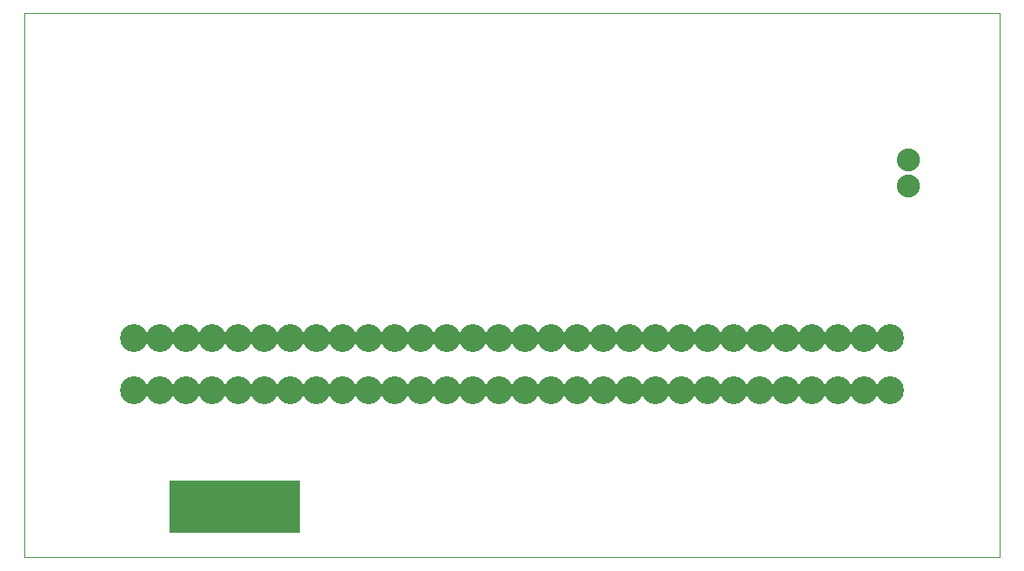
<source format=gbr>
%FSLAX34Y34*%
%MOMM*%
%LNSOLDERMASK_BOTTOM*%
G71*
G01*
%ADD10C, 0.00*%
%ADD11C, 2.70*%
%ADD12C, 2.24*%
%LPD*%
G54D10*
X0Y0D02*
X950000Y0D01*
X950000Y-530000D01*
X0Y-530000D01*
X0Y0D01*
X842848Y-366888D02*
G54D11*
D03*
X817448Y-366888D02*
G54D11*
D03*
X792048Y-366888D02*
G54D11*
D03*
X766648Y-366888D02*
G54D11*
D03*
X741248Y-366888D02*
G54D11*
D03*
X715848Y-366888D02*
G54D11*
D03*
X690448Y-366888D02*
G54D11*
D03*
X665048Y-366888D02*
G54D11*
D03*
X639648Y-366888D02*
G54D11*
D03*
X614248Y-366888D02*
G54D11*
D03*
X588848Y-366888D02*
G54D11*
D03*
X563448Y-366888D02*
G54D11*
D03*
X538048Y-366888D02*
G54D11*
D03*
X512648Y-366888D02*
G54D11*
D03*
X487248Y-366888D02*
G54D11*
D03*
X461848Y-366888D02*
G54D11*
D03*
X436448Y-366888D02*
G54D11*
D03*
X411048Y-366888D02*
G54D11*
D03*
X385648Y-366888D02*
G54D11*
D03*
X360248Y-366888D02*
G54D11*
D03*
X334848Y-366888D02*
G54D11*
D03*
X309448Y-366888D02*
G54D11*
D03*
X284048Y-366888D02*
G54D11*
D03*
X258648Y-366888D02*
G54D11*
D03*
X233248Y-366888D02*
G54D11*
D03*
X207848Y-366888D02*
G54D11*
D03*
X182448Y-366888D02*
G54D11*
D03*
X157047Y-366888D02*
G54D11*
D03*
X131647Y-366888D02*
G54D11*
D03*
X106247Y-366888D02*
G54D11*
D03*
X842848Y-316089D02*
G54D11*
D03*
X817448Y-316089D02*
G54D11*
D03*
X792048Y-316089D02*
G54D11*
D03*
X766648Y-316089D02*
G54D11*
D03*
X741248Y-316089D02*
G54D11*
D03*
X715848Y-316089D02*
G54D11*
D03*
X690448Y-316089D02*
G54D11*
D03*
X665048Y-316089D02*
G54D11*
D03*
X639648Y-316089D02*
G54D11*
D03*
X614248Y-316089D02*
G54D11*
D03*
X588848Y-316089D02*
G54D11*
D03*
X563448Y-316089D02*
G54D11*
D03*
X538048Y-316089D02*
G54D11*
D03*
X512648Y-316089D02*
G54D11*
D03*
X436448Y-316089D02*
G54D11*
D03*
X411048Y-316089D02*
G54D11*
D03*
X385648Y-316089D02*
G54D11*
D03*
X360248Y-316089D02*
G54D11*
D03*
X334848Y-316089D02*
G54D11*
D03*
X309448Y-316089D02*
G54D11*
D03*
X284048Y-316089D02*
G54D11*
D03*
X258648Y-316089D02*
G54D11*
D03*
X233248Y-316089D02*
G54D11*
D03*
X207848Y-316089D02*
G54D11*
D03*
X182448Y-316089D02*
G54D11*
D03*
X157047Y-316089D02*
G54D11*
D03*
X131647Y-316089D02*
G54D11*
D03*
X106247Y-316089D02*
G54D11*
D03*
X461848Y-316088D02*
G54D11*
D03*
X487248Y-316088D02*
G54D11*
D03*
G36*
X217900Y-505900D02*
X217900Y-480900D01*
X242900Y-480900D01*
X242900Y-505900D01*
X217900Y-505900D01*
G37*
G36*
X192500Y-505900D02*
X192500Y-480900D01*
X217500Y-480900D01*
X217500Y-505900D01*
X192500Y-505900D01*
G37*
G36*
X167100Y-505900D02*
X167100Y-480900D01*
X192100Y-480900D01*
X192100Y-505900D01*
X167100Y-505900D01*
G37*
G36*
X167100Y-480500D02*
X167100Y-455500D01*
X192100Y-455500D01*
X192100Y-480500D01*
X167100Y-480500D01*
G37*
G36*
X192500Y-480500D02*
X192500Y-455500D01*
X217500Y-455500D01*
X217500Y-480500D01*
X192500Y-480500D01*
G37*
G36*
X217900Y-480500D02*
X217900Y-455500D01*
X242900Y-455500D01*
X242900Y-480500D01*
X217900Y-480500D01*
G37*
G36*
X243300Y-505900D02*
X243300Y-480900D01*
X268300Y-480900D01*
X268300Y-505900D01*
X243300Y-505900D01*
G37*
G36*
X243300Y-480500D02*
X243300Y-455500D01*
X268300Y-455500D01*
X268300Y-480500D01*
X243300Y-480500D01*
G37*
G36*
X141700Y-505900D02*
X141700Y-480900D01*
X166700Y-480900D01*
X166700Y-505900D01*
X141700Y-505900D01*
G37*
G36*
X141700Y-480500D02*
X141700Y-455500D01*
X166700Y-455500D01*
X166700Y-480500D01*
X141700Y-480500D01*
G37*
X860630Y-168070D02*
G54D12*
D03*
X860630Y-143170D02*
G54D12*
D03*
M02*

</source>
